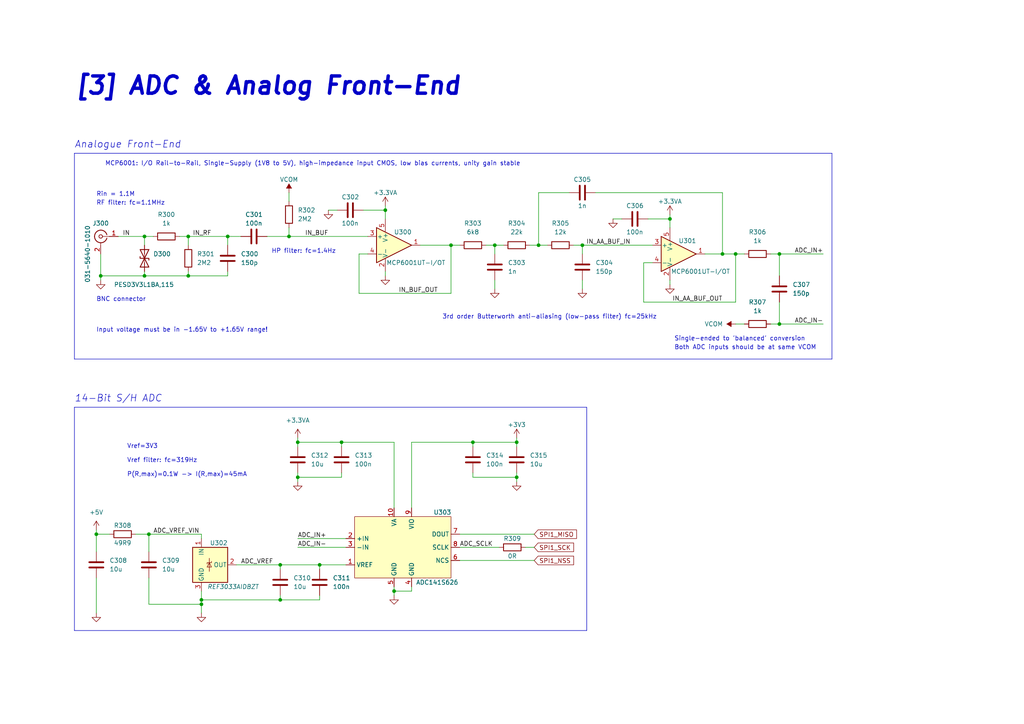
<source format=kicad_sch>
(kicad_sch (version 20230121) (generator eeschema)
  (paper "A4")
  (title_block (title "Signalyzer") (date "11/4/2022") (rev "1") (company "Dylan Gutierrez"))
  (lib_symbols
    (symbol "Amplifier_Operational:MCP6001-OT" (pin_names (offset 0.127))
      (property "Reference" "U" (at -1.27 6.35 0))
      (property "Value" "MCP6001-OT" (at -1.27 3.81 0))
      (symbol "MCP6001-OT_0_1"
        (polyline (pts (xy -5.08 5.08) (xy 5.08 0) (xy -5.08 -5.08) (xy -5.08 5.08)) (stroke (width 0.254)) (fill (type background)))
        (pin power_in line (at -2.54 -7.62 90) (length 3.81) (name "V-") (number "2"))
        (pin power_in line (at -2.54 7.62 270) (length 3.81) (name "V+") (number "5"))
      )
      (symbol "MCP6001-OT_1_1"
        (pin output line (at 7.62 0 180) (length 2.54) (name "~") (number "1"))
        (pin input line (at -7.62 2.54 0) (length 2.54) (name "+") (number "3"))
        (pin input line (at -7.62 -2.54 0) (length 2.54) (name "-") (number "4"))
      )
    )
    (symbol "Connector:Conn_Coaxial" (pin_names (offset 1.016) hide)
      (property "Reference" "J" (at 0.254 3.048 0))
      (property "Value" "Conn_Coaxial" (at 2.921 0 90))
      (symbol "Conn_Coaxial_0_1"
        (arc (start -1.778 -0.508) (mid 0.222 -1.808) (end 1.778 0) (stroke (width 0.254)))
        (polyline (pts (xy -2.54 0) (xy -0.508 0)))
        (polyline (pts (xy 0 -2.54) (xy 0 -1.778)))
        (circle (center 0 0) (radius 0.508) (stroke (width 0.2032)))
        (arc (start 1.778 0) (mid 0.222 1.8083) (end -1.778 0.508) (stroke (width 0.254)))
      )
      (symbol "Conn_Coaxial_1_1"
        (pin passive line (at -5.08 0 0) (length 2.54) (name "In") (number "1"))
        (pin passive line (at 0 -5.08 90) (length 2.54) (name "Ext") (number "2"))
      )
    )
    (symbol "Device:C" (pin_numbers hide) (pin_names (offset 0.254))
      (property "Reference" "C" (at 0.635 2.54 0))
      (property "Value" "C" (at 0.635 -2.54 0))
      (symbol "C_0_1"
        (polyline (pts (xy -2.032 -0.762) (xy 2.032 -0.762)) (stroke (width 0.508)))
        (polyline (pts (xy -2.032 0.762) (xy 2.032 0.762)) (stroke (width 0.508)))
      )
      (symbol "C_1_1"
        (pin passive line (at 0 3.81 270) (length 2.794) (name "~") (number "1"))
        (pin passive line (at 0 -3.81 90) (length 2.794) (name "~") (number "2"))
      )
    )
    (symbol "Device:D_TVS" (pin_numbers hide) (pin_names (offset 1.016) hide)
      (property "Reference" "D" (at 0 2.54 0))
      (property "Value" "D_TVS" (at 0 -2.54 0))
      (symbol "D_TVS_0_1"
        (polyline (pts (xy 1.27 0) (xy -1.27 0)))
        (polyline (pts (xy 0.508 1.27) (xy 0 1.27) (xy 0 -1.27) (xy -0.508 -1.27)) (stroke (width 0.254)))
        (polyline (pts (xy -2.54 1.27) (xy -2.54 -1.27) (xy 2.54 1.27) (xy 2.54 -1.27) (xy -2.54 1.27)) (stroke (width 0.254)))
      )
      (symbol "D_TVS_1_1"
        (pin passive line (at -3.81 0 0) (length 2.54) (name "A1") (number "1"))
        (pin passive line (at 3.81 0 180) (length 2.54) (name "A2") (number "2"))
      )
    )
    (symbol "Device:R" (pin_numbers hide) (pin_names (offset 0))
      (property "Reference" "R" (at 2.032 0 90))
      (property "Value" "R" (at 0 0 90))
      (symbol "R_0_1"
        (rectangle (start -1.016 -2.54) (end 1.016 2.54) (stroke (width 0.254)))
      )
      (symbol "R_1_1"
        (pin passive line (at 0 3.81 270) (length 1.27) (name "~") (number "1"))
        (pin passive line (at 0 -3.81 90) (length 1.27) (name "~") (number "2"))
      )
    )
    (symbol "My_Symbols_KiCad6:ADC141S626"
      (property "Reference" "U" (at 12.7 10.16 0))
      (property "Value" "ADC141S626" (at 10.16 -10.16 0))
      (symbol "ADC141S626_0_0"
        (pin input line (at 16.51 -5.08 180) (length 2.54) (name "VREF") (number "1"))
        (pin power_in line (at 2.54 11.43 270) (length 2.54) (name "VA") (number "10"))
        (pin input line (at 16.51 2.54 180) (length 2.54) (name "+IN") (number "2"))
        (pin input line (at 16.51 0 180) (length 2.54) (name "-IN") (number "3"))
        (pin power_in line (at -2.54 -11.43 90) (length 2.54) (name "GND") (number "4"))
        (pin power_in line (at 2.54 -11.43 90) (length 2.54) (name "GND") (number "5"))
        (pin input line (at -16.51 -3.81 0) (length 2.54) (name "NCS") (number "6"))
        (pin output line (at -16.51 3.81 0) (length 2.54) (name "DOUT") (number "7"))
        (pin input line (at -16.51 0 0) (length 2.54) (name "SCLK") (number "8"))
        (pin power_in line (at -2.54 11.43 270) (length 2.54) (name "VIO") (number "9"))
      )
      (symbol "ADC141S626_0_1"
        (rectangle (start 13.97 8.89) (end -13.97 -8.89) (fill (type background)))
      )
    )
    (symbol "Reference_Voltage:REF3033" (pin_names (offset 0.254))
      (property "Reference" "U" (at 0 6.35 0))
      (property "Value" "REF3033" (at 2.54 -6.35 0))
      (symbol "REF3033_0_1"
        (rectangle (start -5.08 5.08) (end 5.08 -5.08) (stroke (width 0.254)) (fill (type background)))
        (polyline (pts (xy -0.254 1.905) (xy -0.254 -1.905)))
        (polyline (pts (xy -0.889 -0.635) (xy 0.381 -0.635) (xy -0.254 0.635) (xy -0.889 -0.635)))
        (polyline (pts (xy 0.381 1.016) (xy 0.381 0.635) (xy -0.889 0.635) (xy -0.889 0.254)))
      )
      (symbol "REF3033_1_1"
        (pin power_in line (at -2.54 7.62 270) (length 2.54) (name "IN") (number "1"))
        (pin power_out line (at 7.62 0 180) (length 2.54) (name "OUT") (number "2"))
        (pin power_in line (at -2.54 -7.62 90) (length 2.54) (name "GND") (number "3"))
      )
    )
    (symbol "power:+3.3V" (power) (pin_names (offset 0))
      (property "Value" "+3.3V" (at 0 3.556 0))
      (symbol "+3.3V_0_1"
        (polyline (pts (xy -0.762 1.27) (xy 0 2.54)))
        (polyline (pts (xy 0 0) (xy 0 2.54)))
        (polyline (pts (xy 0 2.54) (xy 0.762 1.27)))
      )
      (symbol "+3.3V_1_1"
        (pin power_in line (at 0 0 90) (length 0) hide (name "+3V3") (number "1"))
      )
    )
    (symbol "power:+3.3VA" (power) (pin_names (offset 0))
      (property "Value" "+3.3VA" (at 0 3.556 0))
      (symbol "+3.3VA_0_1"
        (polyline (pts (xy -0.762 1.27) (xy 0 2.54)))
        (polyline (pts (xy 0 0) (xy 0 2.54)))
        (polyline (pts (xy 0 2.54) (xy 0.762 1.27)))
      )
      (symbol "+3.3VA_1_1"
        (pin power_in line (at 0 0 90) (length 0) hide (name "+3.3VA") (number "1"))
      )
    )
    (symbol "power:+5V" (power) (pin_names (offset 0))
      (property "Value" "+5V" (at 0 3.556 0))
      (symbol "+5V_0_1"
        (polyline (pts (xy -0.762 1.27) (xy 0 2.54)))
        (polyline (pts (xy 0 0) (xy 0 2.54)))
        (polyline (pts (xy 0 2.54) (xy 0.762 1.27)))
      )
      (symbol "+5V_1_1"
        (pin power_in line (at 0 0 90) (length 0) hide (name "+5V") (number "1"))
      )
    )
    (symbol "power:GND" (power) (pin_names (offset 0))
      (property "Value" "GND" (at 0 -3.81 0))
      (symbol "GND_0_1"
        (polyline (pts (xy 0 0) (xy 0 -1.27) (xy 1.27 -1.27) (xy 0 -2.54) (xy -1.27 -1.27) (xy 0 -1.27)))
      )
      (symbol "GND_1_1"
        (pin power_in line (at 0 0 270) (length 0) hide (name "GND") (number "1"))
      )
    )
    (symbol "power:VCOM" (power) (pin_names (offset 0))
      (property "Value" "VCOM" (at 0 3.81 0))
      (symbol "VCOM_0_1"
        (polyline (pts (xy 0 0) (xy 0 2.54)))
        (polyline (pts (xy 0.762 1.27) (xy -0.762 1.27) (xy 0 2.54) (xy 0.762 1.27)) (fill (type outline)))
      )
      (symbol "VCOM_1_1"
        (pin power_in line (at 0 0 90) (length 0) hide (name "VCOM") (number "1"))
      )
    )
  )
  (junction (at 27.94 154.94))
  (junction (at 58.42 173.99))
  (junction (at 156.21 71.12))
  (junction (at 92.71 163.83))
  (junction (at 54.61 80.01))
  (junction (at 29.21 80.01))
  (junction (at 111.76 60.96))
  (junction (at 81.28 163.83))
  (junction (at 99.06 128.27))
  (junction (at 58.42 175.26))
  (junction (at 226.06 93.98))
  (junction (at 194.31 63.5))
  (junction (at 54.61 68.58))
  (junction (at 130.81 71.12))
  (junction (at 66.04 68.58))
  (junction (at 81.28 173.99))
  (junction (at 86.36 128.27))
  (junction (at 213.36 73.66))
  (junction (at 83.82 68.58))
  (junction (at 43.18 154.94))
  (junction (at 209.55 73.66))
  (junction (at 114.3 171.45))
  (junction (at 41.91 68.58))
  (junction (at 137.16 128.27))
  (junction (at 149.86 128.27))
  (junction (at 143.51 71.12))
  (junction (at 86.36 138.43))
  (junction (at 149.86 138.43))
  (junction (at 41.91 80.01))
  (junction (at 226.06 73.66))
  (junction (at 168.91 71.12))
  (wire (pts (xy 226.06 73.66) (xy 223.52 73.66)))
  (wire (pts (xy 149.86 137.16) (xy 149.86 138.43)))
  (wire (pts (xy 209.55 73.66) (xy 204.47 73.66)))
  (wire (pts (xy 86.36 138.43) (xy 86.36 139.7)))
  (wire (pts (xy 29.21 80.01) (xy 29.21 73.66)))
  (wire (pts (xy 86.36 127) (xy 86.36 128.27)))
  (wire (pts (xy 146.05 71.12) (xy 143.51 71.12)))
  (wire (pts (xy 213.36 87.63) (xy 213.36 73.66)))
  (wire (pts (xy 133.35 162.56) (xy 154.94 162.56)))
  (wire (pts (xy 226.06 87.63) (xy 226.06 93.98)))
  (wire (pts (xy 104.14 85.09) (xy 130.81 85.09)))
  (wire (pts (xy 238.76 93.98) (xy 226.06 93.98)))
  (wire (pts (xy 92.71 163.83) (xy 100.33 163.83)))
  (wire (pts (xy 95.25 60.96) (xy 97.79 60.96)))
  (wire (pts (xy 66.04 80.01) (xy 66.04 78.74)))
  (wire (pts (xy 58.42 175.26) (xy 58.42 177.8)))
  (wire (pts (xy 29.21 81.28) (xy 29.21 80.01)))
  (wire (pts (xy 143.51 71.12) (xy 140.97 71.12)))
  (wire (pts (xy 187.96 63.5) (xy 194.31 63.5)))
  (wire (pts (xy 186.69 87.63) (xy 213.36 87.63)))
  (wire (pts (xy 99.06 138.43) (xy 99.06 137.16)))
  (wire (pts (xy 209.55 55.88) (xy 209.55 73.66)))
  (wire (pts (xy 41.91 68.58) (xy 44.45 68.58)))
  (wire (pts (xy 54.61 80.01) (xy 66.04 80.01)))
  (wire (pts (xy 119.38 171.45) (xy 114.3 171.45)))
  (wire (pts (xy 54.61 71.12) (xy 54.61 68.58)))
  (wire (pts (xy 27.94 153.67) (xy 27.94 154.94)))
  (wire (pts (xy 77.47 68.58) (xy 83.82 68.58)))
  (wire (pts (xy 83.82 68.58) (xy 83.82 66.04)))
  (wire (pts (xy 39.37 154.94) (xy 43.18 154.94)))
  (wire (pts (xy 86.36 138.43) (xy 99.06 138.43)))
  (wire (pts (xy 66.04 71.12) (xy 66.04 68.58)))
  (wire (pts (xy 133.35 154.94) (xy 154.94 154.94)))
  (wire (pts (xy 86.36 128.27) (xy 86.36 129.54)))
  (wire (pts (xy 238.76 73.66) (xy 226.06 73.66)))
  (wire (pts (xy 41.91 80.01) (xy 29.21 80.01)))
  (wire (pts (xy 114.3 128.27) (xy 114.3 147.32)))
  (wire (pts (xy 81.28 172.72) (xy 81.28 173.99)))
  (wire (pts (xy 156.21 55.88) (xy 165.1 55.88)))
  (wire (pts (xy 189.23 71.12) (xy 168.91 71.12)))
  (wire (pts (xy 143.51 73.66) (xy 143.51 71.12)))
  (wire (pts (xy 194.31 63.5) (xy 194.31 62.23)))
  (wire (pts (xy 168.91 73.66) (xy 168.91 71.12)))
  (wire (pts (xy 58.42 154.94) (xy 58.42 156.21)))
  (wire (pts (xy 177.8 63.5) (xy 180.34 63.5)))
  (wire (pts (xy 92.71 172.72) (xy 92.71 173.99)))
  (wire (pts (xy 130.81 85.09) (xy 130.81 71.12)))
  (wire (pts (xy 83.82 68.58) (xy 106.68 68.58)))
  (wire (pts (xy 54.61 80.01) (xy 54.61 78.74)))
  (polyline (pts (xy 21.59 104.14) (xy 21.59 44.45)))
  (polyline (pts (xy 170.18 182.88) (xy 170.18 118.11)))
  (wire (pts (xy 189.23 76.2) (xy 186.69 76.2)))
  (polyline (pts (xy 21.59 44.45) (xy 241.3 44.45)))
  (wire (pts (xy 99.06 129.54) (xy 99.06 128.27)))
  (wire (pts (xy 156.21 71.12) (xy 156.21 55.88)))
  (wire (pts (xy 81.28 163.83) (xy 92.71 163.83)))
  (wire (pts (xy 130.81 71.12) (xy 121.92 71.12)))
  (polyline (pts (xy 21.59 182.88) (xy 170.18 182.88)))
  (wire (pts (xy 43.18 175.26) (xy 58.42 175.26)))
  (wire (pts (xy 213.36 73.66) (xy 209.55 73.66)))
  (wire (pts (xy 149.86 127) (xy 149.86 128.27)))
  (wire (pts (xy 27.94 154.94) (xy 27.94 160.02)))
  (wire (pts (xy 86.36 156.21) (xy 100.33 156.21)))
  (wire (pts (xy 119.38 170.18) (xy 119.38 171.45)))
  (wire (pts (xy 86.36 158.75) (xy 100.33 158.75)))
  (wire (pts (xy 54.61 68.58) (xy 66.04 68.58)))
  (wire (pts (xy 119.38 128.27) (xy 137.16 128.27)))
  (wire (pts (xy 149.86 128.27) (xy 149.86 129.54)))
  (wire (pts (xy 194.31 82.55) (xy 194.31 81.28)))
  (wire (pts (xy 27.94 167.64) (xy 27.94 177.8)))
  (polyline (pts (xy 241.3 104.14) (xy 21.59 104.14)))
  (wire (pts (xy 99.06 128.27) (xy 114.3 128.27)))
  (wire (pts (xy 43.18 154.94) (xy 43.18 160.02)))
  (wire (pts (xy 92.71 163.83) (xy 92.71 165.1)))
  (wire (pts (xy 152.4 158.75) (xy 154.94 158.75)))
  (wire (pts (xy 81.28 163.83) (xy 81.28 165.1)))
  (wire (pts (xy 158.75 71.12) (xy 156.21 71.12)))
  (wire (pts (xy 172.72 55.88) (xy 209.55 55.88)))
  (wire (pts (xy 186.69 76.2) (xy 186.69 87.63)))
  (wire (pts (xy 149.86 138.43) (xy 149.86 139.7)))
  (wire (pts (xy 58.42 173.99) (xy 58.42 175.26)))
  (wire (pts (xy 143.51 81.28) (xy 143.51 83.82)))
  (wire (pts (xy 41.91 78.74) (xy 41.91 80.01)))
  (wire (pts (xy 137.16 128.27) (xy 149.86 128.27)))
  (polyline (pts (xy 241.3 44.45) (xy 241.3 104.14)))
  (wire (pts (xy 81.28 173.99) (xy 58.42 173.99)))
  (wire (pts (xy 54.61 68.58) (xy 52.07 68.58)))
  (wire (pts (xy 156.21 71.12) (xy 153.67 71.12)))
  (wire (pts (xy 137.16 128.27) (xy 137.16 129.54)))
  (wire (pts (xy 41.91 71.12) (xy 41.91 68.58)))
  (wire (pts (xy 68.58 163.83) (xy 81.28 163.83)))
  (wire (pts (xy 114.3 171.45) (xy 114.3 172.72)))
  (wire (pts (xy 69.85 68.58) (xy 66.04 68.58)))
  (wire (pts (xy 27.94 154.94) (xy 31.75 154.94)))
  (polyline (pts (xy 170.18 118.11) (xy 21.59 118.11)))
  (wire (pts (xy 226.06 93.98) (xy 223.52 93.98)))
  (wire (pts (xy 111.76 60.96) (xy 111.76 63.5)))
  (wire (pts (xy 111.76 80.01) (xy 111.76 78.74)))
  (wire (pts (xy 213.36 93.98) (xy 215.9 93.98)))
  (wire (pts (xy 114.3 170.18) (xy 114.3 171.45)))
  (wire (pts (xy 86.36 137.16) (xy 86.36 138.43)))
  (wire (pts (xy 194.31 63.5) (xy 194.31 66.04)))
  (wire (pts (xy 133.35 158.75) (xy 144.78 158.75)))
  (wire (pts (xy 105.41 60.96) (xy 111.76 60.96)))
  (wire (pts (xy 58.42 173.99) (xy 58.42 171.45)))
  (wire (pts (xy 99.06 128.27) (xy 86.36 128.27)))
  (wire (pts (xy 41.91 80.01) (xy 54.61 80.01)))
  (wire (pts (xy 168.91 81.28) (xy 168.91 83.82)))
  (wire (pts (xy 92.71 173.99) (xy 81.28 173.99)))
  (wire (pts (xy 119.38 147.32) (xy 119.38 128.27)))
  (wire (pts (xy 149.86 138.43) (xy 137.16 138.43)))
  (wire (pts (xy 34.29 68.58) (xy 41.91 68.58)))
  (wire (pts (xy 111.76 60.96) (xy 111.76 59.69)))
  (wire (pts (xy 168.91 71.12) (xy 166.37 71.12)))
  (wire (pts (xy 226.06 80.01) (xy 226.06 73.66)))
  (wire (pts (xy 83.82 55.88) (xy 83.82 58.42)))
  (wire (pts (xy 43.18 167.64) (xy 43.18 175.26)))
  (wire (pts (xy 104.14 73.66) (xy 104.14 85.09)))
  (polyline (pts (xy 21.59 118.11) (xy 21.59 182.88)))
  (wire (pts (xy 215.9 73.66) (xy 213.36 73.66)))
  (wire (pts (xy 43.18 154.94) (xy 58.42 154.94)))
  (wire (pts (xy 137.16 138.43) (xy 137.16 137.16)))
  (wire (pts (xy 133.35 71.12) (xy 130.81 71.12)))
  (wire (pts (xy 106.68 73.66) (xy 104.14 73.66)))
  (text "HP filter: fc=1.4Hz" (at 78.74 73.66 0) (effects (font (size 1.27 1.27)) (justify left bottom)))
  (text "Analogue Front-End" (at 21.59 43.18 0) (effects (font (size 2.0066 2.0066) italic) (justify left bottom)))
  (text "14-Bit S/H ADC" (at 21.59 116.84 0) (effects (font (size 2 2) italic) (justify left bottom)))
  (text "Rin = 1.1M" (at 27.94 57.15 0) (effects (font (size 1.27 1.27)) (justify left bottom)))
  (text "MCP6001: I/O Rail-to-Rail, Single-Supply (1V8 to 5V), high-impedance input CMOS, low bias currents, unity gain stable" (at 30.48 48.26 0) (effects (font (size 1.27 1.27)) (justify left bottom)))
  (text "Input voltage must be in -1.65V to +1.65V range!" (at 27.94 96.52 0) (effects (font (size 1.27 1.27)) (justify left bottom)))
  (text "3rd order Butterworth anti-aliasing (low-pass filter) fc=25kHz" (at 128.27 92.71 0) (effects (font (size 1.27 1.27)) (justify left bottom)))
  (text "BNC connector" (at 27.94 87.63 0) (effects (font (size 1.27 1.27)) (justify left bottom)))
  (text "Vref=3V3\n\nVref filter: fc=319Hz\n\nP(R,max)=0.1W -> I(R,max)=45mA\n" (at 36.83 138.43 0) (effects (font (size 1.27 1.27)) (justify left bottom)))
  (text "Both ADC inputs should be at same VCOM" (at 195.58 101.6 0) (effects (font (size 1.27 1.27)) (justify left bottom)))
  (text "RF filter: fc=1.1MHz" (at 27.94 59.69 0) (effects (font (size 1.27 1.27)) (justify left bottom)))
  (text "Single-ended to 'balanced' conversion" (at 195.58 99.06 0) (effects (font (size 1.27 1.27)) (justify left bottom)))
  (text "[3] ADC & Analog Front-End" (at 21.59 27.94 0) (effects (font (size 5 5) (thickness 1) bold italic) (justify left bottom)))
  (label "IN" (at 35.56 68.58 0))
  (label "ADC_IN-" (at 238.76 93.98 180))
  (label "ADC_IN+" (at 86.36 156.21 0))
  (label "ADC_VREF" (at 69.85 163.83 0))
  (label "ADC_VREF_VIN" (at 44.45 154.94 0))
  (label "IN_RF" (at 55.88 68.58 0))
  (label "ADC_SCLK" (at 133.35 158.75 0))
  (label "IN_AA_BUF_IN" (at 182.88 71.12 180))
  (label "ADC_IN-" (at 86.36 158.75 0))
  (label "IN_BUF" (at 95.25 68.58 180))
  (label "ADC_IN+" (at 238.76 73.66 180))
  (label "IN_AA_BUF_OUT" (at 209.55 87.63 180))
  (label "IN_BUF_OUT" (at 127 85.09 180))
  (global_label "SPI1_SCK" (shape input) (at 154.94 158.75 0) (property "Intersheetrefs" "${INTERSHEET_REFS}" (effects hide)))
  (global_label "SPI1_NSS" (shape input) (at 154.94 162.56 0) (property "Intersheetrefs" "${INTERSHEET_REFS}" (effects hide)))
  (global_label "SPI1_MISO" (shape input) (at 154.94 154.94 0) (property "Intersheetrefs" "${INTERSHEET_REFS}" (effects hide)))
  (symbol (lib_id "Device:R") (at 137.16 71.12 270) (unit 1)
    (property "Reference" "R303" (at 137.16 64.77 90))
    (property "Value" "6k8" (at 137.16 67.31 90))
    (property "Footprint" "Resistor_SMD:R_0402_1005Metric" (effects hide))
    (property "LCSC Part #" "C543679" (effects hide))
    (property "Manufacturer" "PANASONIC" (effects hide))
    (property "Manufacturer Part Number" "ERA2VEB6801X" (effects hide))
  )
  (symbol (lib_id "power:+3.3VA") (at 86.36 127 0) (unit 1)
    (property "Reference" "#PWR0148" (effects hide))
    (property "Value" "+3.3VA" (at 86.36 121.92 0))
  )
  (symbol (lib_id "power:GND") (at 95.25 60.96 0) (unit 1)
    (property "Reference" "#PWR0155" (effects hide))
    (property "Value" "GND" (effects hide))
  )
  (symbol (lib_id "Connector:Conn_Coaxial") (at 29.21 68.58 0) (mirror y) (unit 1)
    (property "Reference" "J300" (at 29.21 64.77 0))
    (property "Value" "031-5640-1010" (at 25.4 73.66 90))
    (property "Footprint" "Connector_Coaxial:BNC_Amphenol_B6252HB-NPP3G-50_Horizontal" (effects hide))
    (property "Datasheet" " ~" (effects hide))
    (property "Manufacturer" "Amphenol RF" (effects hide))
    (property "Manufacturer Part Number" "031-5640-1010" (effects hide))
  )
  (symbol (lib_id "Device:R") (at 48.26 68.58 270) (unit 1)
    (property "Reference" "R300" (at 48.26 62.23 90))
    (property "Value" "1k" (at 48.26 64.77 90))
    (property "Footprint" "Resistor_SMD:R_0402_1005Metric" (effects hide))
    (property "LCSC Part #" "C445596" (effects hide))
    (property "Manufacturer" "PANASONIC" (effects hide))
    (property "Manufacturer Part Number" "ERA2AEB102X" (effects hide))
  )
  (symbol (lib_id "Device:C") (at 149.86 133.35 0) (unit 1)
    (property "Reference" "C315" (at 153.67 132.0799 0) (effects (justify left)))
    (property "Value" "10u" (at 153.67 134.6199 0) (effects (justify left)))
    (property "Footprint" "Capacitor_SMD:C_0603_1608Metric" (effects hide))
    (property "LCSC Part #" "C86275" (effects hide))
    (property "Manufacturer" "Murata Electronics" (effects hide))
    (property "Manufacturer Part Number" "GRM188R61C106KAALD" (effects hide))
  )
  (symbol (lib_id "Device:C") (at 184.15 63.5 270) (unit 1)
    (property "Reference" "C306" (at 181.61 59.69 90) (effects (justify left)))
    (property "Value" "100n" (at 181.61 67.31 90) (effects (justify left)))
    (property "Footprint" "Capacitor_SMD:C_0402_1005Metric" (effects hide))
    (property "LCSC Part #" "C343047" (effects hide))
    (property "Manufacturer" "TDK" (effects hide))
    (property "Manufacturer Part Number" "CGA2B3X7R1V104KT0Y0F" (effects hide))
  )
  (symbol (lib_id "Device:R") (at 54.61 74.93 180) (unit 1)
    (property "Reference" "R301" (at 57.15 73.66 0) (effects (justify right)))
    (property "Value" "2M2" (at 57.15 76.2 0) (effects (justify right)))
    (property "Footprint" "Resistor_SMD:R_0402_1005Metric" (effects hide))
    (property "LCSC Part #" "C482136" (effects hide))
    (property "Manufacturer" "Vishay Intertech" (effects hide))
    (property "Manufacturer Part Number" "CRCW04022M20FKED" (effects hide))
  )
  (symbol (lib_id "power:GND") (at 58.42 177.8 0) (unit 1)
    (property "Reference" "#PWR0143" (effects hide))
    (property "Value" "GND" (effects hide))
  )
  (symbol (lib_id "Device:R") (at 149.86 71.12 270) (unit 1)
    (property "Reference" "R304" (at 149.86 64.77 90))
    (property "Value" "22k" (at 149.86 67.31 90))
    (property "Footprint" "Resistor_SMD:R_0402_1005Metric" (effects hide))
    (property "LCSC Part #" "C2693021" (effects hide))
    (property "Manufacturer" "Resistor.Today" (effects hide))
    (property "Manufacturer Part Number" "PTFR0402B22K0N9" (effects hide))
  )
  (symbol (lib_id "Device:C") (at 168.91 55.88 90) (unit 1)
    (property "Reference" "C305" (at 171.45 52.07 90) (effects (justify left)))
    (property "Value" "1n" (at 170.18 59.69 90) (effects (justify left)))
    (property "Footprint" "Capacitor_SMD:C_0402_1005Metric" (effects hide))
    (property "LCSC Part #" "C3010445" (effects hide))
    (property "Manufacturer" "Murata Electronics" (effects hide))
    (property "Manufacturer Part Number" "GRM1555C2A102GE01D" (effects hide))
  )
  (symbol (lib_id "Device:R") (at 83.82 62.23 180) (unit 1)
    (property "Reference" "R302" (at 86.36 60.96 0) (effects (justify right)))
    (property "Value" "2M2" (at 86.36 63.5 0) (effects (justify right)))
    (property "Footprint" "Resistor_SMD:R_0402_1005Metric" (effects hide))
    (property "LCSC Part #" "C482136" (effects hide))
    (property "Manufacturer" "Vishay Intertech" (effects hide))
    (property "Manufacturer Part Number" "CRCW04022M20FKED" (effects hide))
  )
  (symbol (lib_id "power:+3.3V") (at 149.86 127 0) (unit 1)
    (property "Reference" "#PWR0151" (effects hide))
    (property "Value" "+3.3V" (at 149.86 123.19 0))
  )
  (symbol (lib_id "power:+5V") (at 27.94 153.67 0) (unit 1)
    (property "Reference" "#PWR0144" (effects hide))
    (property "Value" "+5V" (at 27.94 148.59 0))
  )
  (symbol (lib_id "Device:C") (at 137.16 133.35 0) (unit 1)
    (property "Reference" "C314" (at 140.97 132.0799 0) (effects (justify left)))
    (property "Value" "100n" (at 140.97 134.6199 0) (effects (justify left)))
    (property "Footprint" "Capacitor_SMD:C_0402_1005Metric" (effects hide))
    (property "LCSC Part #" "C343047" (effects hide))
    (property "Manufacturer" "TDK" (effects hide))
    (property "Manufacturer Part Number" "CGA2B3X7R1V104KT0Y0F" (effects hide))
  )
  (symbol (lib_id "Device:C") (at 92.71 168.91 0) (unit 1)
    (property "Reference" "C311" (at 96.52 167.6399 0) (effects (justify left)))
    (property "Value" "100n" (at 96.52 170.1799 0) (effects (justify left)))
    (property "Footprint" "Capacitor_SMD:C_0402_1005Metric" (effects hide))
    (property "LCSC Part #" "C343047" (effects hide))
    (property "Manufacturer" "TDK" (effects hide))
    (property "Manufacturer Part Number" "CGA2B3X7R1V104KT0Y0F" (effects hide))
  )
  (symbol (lib_id "Device:C") (at 101.6 60.96 270) (unit 1)
    (property "Reference" "C302" (at 99.06 57.15 90) (effects (justify left)))
    (property "Value" "100n" (at 99.06 64.77 90) (effects (justify left)))
    (property "Footprint" "Capacitor_SMD:C_0402_1005Metric" (effects hide))
    (property "LCSC Part #" "C343047" (effects hide))
    (property "Manufacturer" "TDK" (effects hide))
    (property "Manufacturer Part Number" "CGA2B3X7R1V104KT0Y0F" (effects hide))
  )
  (symbol (lib_id "Device:C") (at 99.06 133.35 0) (unit 1)
    (property "Reference" "C313" (at 102.87 132.0799 0) (effects (justify left)))
    (property "Value" "100n" (at 102.87 134.6199 0) (effects (justify left)))
    (property "Footprint" "Capacitor_SMD:C_0402_1005Metric" (effects hide))
    (property "LCSC Part #" "C343047" (effects hide))
    (property "Manufacturer" "TDK" (effects hide))
    (property "Manufacturer Part Number" "CGA2B3X7R1V104KT0Y0F" (effects hide))
  )
  (symbol (lib_id "power:GND") (at 168.91 83.82 0) (unit 1)
    (property "Reference" "#PWR0147" (effects hide))
    (property "Value" "GND" (effects hide))
  )
  (symbol (lib_id "My_Symbols_KiCad6:ADC141S626") (at 116.84 158.75 0) (mirror y) (unit 1)
    (property "Reference" "U303" (at 125.73 148.59 0) (effects (justify right)))
    (property "Value" "ADC141S626" (at 120.65 168.91 0) (effects (justify right)))
    (property "Footprint" "My_Footprints:VSSOP-10" (effects hide))
    (property "Manufacturer" "Texas Instruments" (effects hide))
    (property "Manufacturer Part Number" "ADC141S626CIMM/NOPB" (effects hide))
  )
  (symbol (lib_id "Device:R") (at 219.71 93.98 270) (unit 1)
    (property "Reference" "R307" (at 219.71 87.63 90))
    (property "Value" "1k" (at 219.71 90.17 90))
    (property "Footprint" "Resistor_SMD:R_0402_1005Metric" (effects hide))
    (property "LCSC Part #" "C445596" (effects hide))
    (property "Manufacturer" "PANASONIC" (effects hide))
    (property "Manufacturer Part Number" "ERA2AEB102X" (effects hide))
  )
  (symbol (lib_id "Reference_Voltage:REF3033") (at 60.96 163.83 0) (unit 1)
    (property "Reference" "U302" (at 66.04 157.48 0) (effects (justify right)))
    (property "Value" "REF3033AIDBZT" (at 74.93 170.18 0) (effects (font italic) (justify right)))
    (property "Footprint" "Package_TO_SOT_SMD:SOT-23" (effects hide))
    (property "Datasheet" "http://www.ti.com/lit/ds/symlink/ref3033.pdf" (effects hide))
    (property "Manufacturer" "Texas Instruments" (effects hide))
    (property "Manufacturer Part Number" "REF3033AIDBZT" (effects hide))
  )
  (symbol (lib_id "Amplifier_Operational:MCP6001-OT") (at 114.3 71.12 0) (unit 1)
    (property "Reference" "U300" (at 116.84 67.31 0))
    (property "Value" "MCP6001UT-I/OT" (at 120.65 76.2 0))
    (property "Footprint" "Package_TO_SOT_SMD:SOT-23-5" (effects hide))
    (property "Datasheet" "http://ww1.microchip.com/downloads/en/DeviceDoc/21733j.pdf" (effects hide))
    (property "Manufacturer" "Microchip Technology" (effects hide))
    (property "Manufacturer Part Number" "MCP6001UT-I/OT" (effects hide))
  )
  (symbol (lib_id "power:GND") (at 143.51 83.82 0) (unit 1)
    (property "Reference" "#PWR0150" (effects hide))
    (property "Value" "GND" (effects hide))
  )
  (symbol (lib_id "power:+3.3VA") (at 194.31 62.23 0) (unit 1)
    (property "Reference" "#PWR0156" (effects hide))
    (property "Value" "+3.3VA" (at 194.31 58.42 0))
  )
  (symbol (lib_id "power:GND") (at 114.3 172.72 0) (unit 1)
    (property "Reference" "#PWR0141" (effects hide))
    (property "Value" "GND" (effects hide))
  )
  (symbol (lib_id "Device:D_TVS") (at 41.91 74.93 270) (unit 1)
    (property "Reference" "D300" (at 44.45 73.66 90) (effects (justify left)))
    (property "Value" "PESD3V3L1BA,115" (at 33.02 82.55 90) (effects (justify left)))
    (property "Footprint" "Diode_SMD:D_SOD-323" (effects hide))
    (property "LCSC Part #" "C51450" (effects hide))
    (property "Manufacturer" "Nexperia USA Inc" (effects hide))
    (property "Manufacturer Part Number" "PESD3V3L1BA,115" (effects hide))
  )
  (symbol (lib_id "Device:C") (at 43.18 163.83 0) (unit 1)
    (property "Reference" "C309" (at 46.99 162.5599 0) (effects (justify left)))
    (property "Value" "10u" (at 46.99 165.0999 0) (effects (justify left)))
    (property "Footprint" "Capacitor_SMD:C_0603_1608Metric" (effects hide))
    (property "LCSC Part #" "C86275" (effects hide))
    (property "Manufacturer" "Murata Electronics" (effects hide))
    (property "Manufacturer Part Number" "GRM188R61C106KAALD" (effects hide))
  )
  (symbol (lib_id "power:GND") (at 29.21 81.28 0) (unit 1)
    (property "Reference" "#PWR0145" (effects hide))
    (property "Value" "GND" (effects hide))
  )
  (symbol (lib_id "power:GND") (at 27.94 177.8 0) (unit 1)
    (property "Reference" "#PWR0158" (effects hide))
    (property "Value" "GND" (effects hide))
  )
  (symbol (lib_id "Device:C") (at 226.06 83.82 0) (unit 1)
    (property "Reference" "C307" (at 229.87 82.55 0) (effects (justify left)))
    (property "Value" "150p" (at 229.87 85.09 0) (effects (justify left)))
    (property "Footprint" "Capacitor_SMD:C_0402_1005Metric" (effects hide))
    (property "LCSC Part #" "C113789" (effects hide))
    (property "Manufacturer" "YAGEO" (effects hide))
    (property "Manufacturer Part Number" "CC0402KRX7R9BB151" (effects hide))
  )
  (symbol (lib_id "Device:C") (at 66.04 74.93 0) (unit 1)
    (property "Reference" "C300" (at 69.85 73.66 0) (effects (justify left)))
    (property "Value" "150p" (at 69.85 76.2 0) (effects (justify left)))
    (property "Footprint" "Capacitor_SMD:C_0402_1005Metric" (effects hide))
    (property "LCSC Part #" "C113789" (effects hide))
    (property "Manufacturer" "YAGEO" (effects hide))
    (property "Manufacturer Part Number" "CC0402KRX7R9BB151" (effects hide))
  )
  (symbol (lib_id "Amplifier_Operational:MCP6001-OT") (at 196.85 73.66 0) (unit 1)
    (property "Reference" "U301" (at 199.39 69.85 0))
    (property "Value" "MCP6001UT-I/OT" (at 203.2 78.74 0))
    (property "Footprint" "Package_TO_SOT_SMD:SOT-23-5" (effects hide))
    (property "Datasheet" "http://ww1.microchip.com/downloads/en/DeviceDoc/21733j.pdf" (effects hide))
    (property "Manufacturer" "Microchip Technology" (effects hide))
    (property "Manufacturer Part Number" "MCP6001UT-I/OT" (effects hide))
  )
  (symbol (lib_id "Device:C") (at 81.28 168.91 0) (unit 1)
    (property "Reference" "C310" (at 85.09 167.6399 0) (effects (justify left)))
    (property "Value" "10u" (at 85.09 170.1799 0) (effects (justify left)))
    (property "Footprint" "Capacitor_SMD:C_0603_1608Metric" (effects hide))
    (property "LCSC Part #" "C86275" (effects hide))
    (property "Manufacturer" "Murata Electronics" (effects hide))
    (property "Manufacturer Part Number" "GRM188R61C106KAALD" (effects hide))
  )
  (symbol (lib_id "Device:C") (at 73.66 68.58 270) (unit 1)
    (property "Reference" "C301" (at 71.12 62.23 90) (effects (justify left)))
    (property "Value" "100n" (at 71.12 64.77 90) (effects (justify left)))
    (property "Footprint" "Capacitor_SMD:C_0402_1005Metric" (effects hide))
    (property "LCSC Part #" "C343047" (effects hide))
    (property "Manufacturer" "TDK" (effects hide))
    (property "Manufacturer Part Number" "CGA2B3X7R1V104KT0Y0F" (effects hide))
  )
  (symbol (lib_id "Device:C") (at 168.91 77.47 0) (unit 1)
    (property "Reference" "C304" (at 172.72 76.2 0) (effects (justify left)))
    (property "Value" "150p" (at 172.72 78.74 0) (effects (justify left)))
    (property "Footprint" "Capacitor_SMD:C_0402_1005Metric" (effects hide))
    (property "LCSC Part #" "C113789" (effects hide))
    (property "Manufacturer" "YAGEO" (effects hide))
    (property "Manufacturer Part Number" "CC0402KRX7R9BB151" (effects hide))
  )
  (symbol (lib_id "Device:C") (at 86.36 133.35 0) (unit 1)
    (property "Reference" "C312" (at 90.17 132.0799 0) (effects (justify left)))
    (property "Value" "10u" (at 90.17 134.6199 0) (effects (justify left)))
    (property "Footprint" "Capacitor_SMD:C_0603_1608Metric" (effects hide))
    (property "LCSC Part #" "C86275" (effects hide))
    (property "Manufacturer" "Murata Electronics" (effects hide))
    (property "Manufacturer Part Number" "GRM188R61C106KAALD" (effects hide))
  )
  (symbol (lib_id "Device:C") (at 27.94 163.83 0) (unit 1)
    (property "Reference" "C308" (at 31.75 162.5599 0) (effects (justify left)))
    (property "Value" "10u" (at 31.75 165.0999 0) (effects (justify left)))
    (property "Footprint" "Capacitor_SMD:C_0603_1608Metric" (effects hide))
    (property "LCSC Part #" "C86275" (effects hide))
    (property "Manufacturer" "Murata Electronics" (effects hide))
    (property "Manufacturer Part Number" "GRM188R61C106KAALD" (effects hide))
  )
  (symbol (lib_id "power:GND") (at 111.76 80.01 0) (unit 1)
    (property "Reference" "#PWR0153" (effects hide))
    (property "Value" "GND" (effects hide))
  )
  (symbol (lib_id "Device:R") (at 162.56 71.12 270) (unit 1)
    (property "Reference" "R305" (at 162.56 64.77 90))
    (property "Value" "12k" (at 162.56 67.31 90))
    (property "Footprint" "Resistor_SMD:R_0402_1005Metric" (effects hide))
    (property "LCSC Part #" "C215763" (effects hide))
    (property "Manufacturer" "PANASONIC" (effects hide))
    (property "Manufacturer Part Number" "ERA2AEB123X" (effects hide))
  )
  (symbol (lib_id "Device:R") (at 219.71 73.66 270) (unit 1)
    (property "Reference" "R306" (at 219.71 67.31 90))
    (property "Value" "1k" (at 219.71 69.85 90))
    (property "Footprint" "Resistor_SMD:R_0402_1005Metric" (effects hide))
    (property "LCSC Part #" "C445596" (effects hide))
    (property "Manufacturer" "PANASONIC" (effects hide))
    (property "Manufacturer Part Number" "ERA2AEB102X" (effects hide))
  )
  (symbol (lib_id "power:+3.3VA") (at 111.76 59.69 0) (unit 1)
    (property "Reference" "#PWR0152" (effects hide))
    (property "Value" "+3.3VA" (at 111.76 55.88 0))
  )
  (symbol (lib_id "power:VCOM") (at 213.36 93.98 90) (unit 1)
    (property "Reference" "#PWR0140" (effects hide))
    (property "Value" "VCOM" (at 207.01 93.98 90))
  )
  (symbol (lib_id "power:GND") (at 194.31 82.55 0) (unit 1)
    (property "Reference" "#PWR0149" (effects hide))
    (property "Value" "GND" (effects hide))
  )
  (symbol (lib_id "Device:R") (at 35.56 154.94 90) (unit 1)
    (property "Reference" "R308" (at 35.56 152.4 90))
    (property "Value" "49R9" (at 35.56 157.48 90))
    (property "Footprint" "Resistor_SMD:R_0402_1005Metric" (effects hide))
    (property "LCSC Part #" "C2692755" (effects hide))
    (property "Manufacturer" "Resistor.Today" (effects hide))
    (property "Manufacturer Part Number" "PTFR0402B49K9N9" (effects hide))
  )
  (symbol (lib_id "Device:R") (at 148.59 158.75 90) (unit 1)
    (property "Reference" "R309" (at 148.59 156.21 90))
    (property "Value" "0R" (at 148.59 161.29 90))
    (property "Footprint" "Resistor_SMD:R_0402_1005Metric" (effects hide))
    (property "LCSC Part #" "C346504" (effects hide))
    (property "Manufacturer" "SEI(Stackpole Elec)" (effects hide))
    (property "Manufacturer Part Number" "HCJ0402ZT0R00" (effects hide))
  )
  (symbol (lib_id "power:GND") (at 177.8 63.5 0) (unit 1)
    (property "Reference" "#PWR0146" (effects hide))
    (property "Value" "GND" (effects hide))
  )
  (symbol (lib_id "power:VCOM") (at 83.82 55.88 0) (unit 1)
    (property "Reference" "#PWR0154" (effects hide))
    (property "Value" "VCOM" (at 83.82 52.07 0))
  )
  (symbol (lib_id "power:GND") (at 149.86 139.7 0) (unit 1)
    (property "Reference" "#PWR0142" (effects hide))
    (property "Value" "GND" (effects hide))
  )
  (symbol (lib_id "Device:C") (at 143.51 77.47 0) (unit 1)
    (property "Reference" "C303" (at 147.32 76.2 0) (effects (justify left)))
    (property "Value" "1n" (at 147.32 78.74 0) (effects (justify left)))
    (property "Footprint" "Capacitor_SMD:C_0402_1005Metric" (effects hide))
    (property "LCSC Part #" "C3010445" (effects hide))
    (property "Manufacturer" "Murata Electronics" (effects hide))
    (property "Manufacturer Part Number" "GRM1555C2A102GE01D" (effects hide))
  )
  (symbol (lib_id "power:GND") (at 86.36 139.7 0) (unit 1)
    (property "Reference" "#PWR0157" (effects hide))
    (property "Value" "GND" (effects hide))
  )
)
</source>
